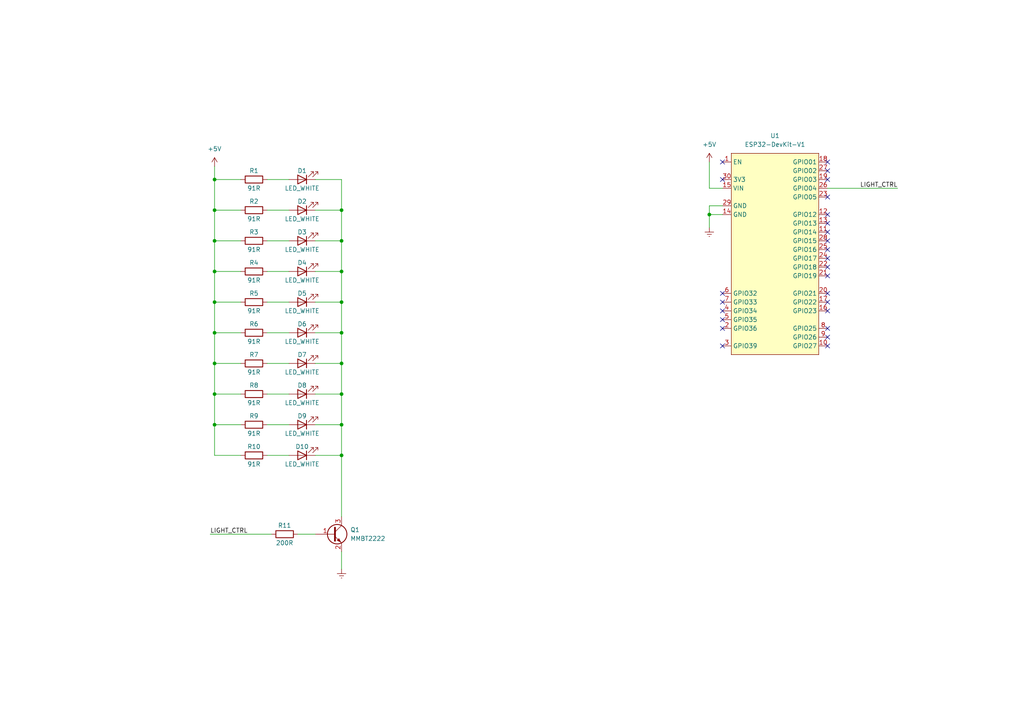
<source format=kicad_sch>
(kicad_sch (version 20230121) (generator eeschema)
  (paper "A4")
  (lib_symbols
    (symbol "Device:LED" (pin_numbers hide) (pin_names (offset 1.016) hide)
      (property "Reference" "D" (at 0 2.54 0))
      (property "Value" "LED" (at 0 -2.54 0))
      (symbol "LED_0_1"
        (polyline (pts (xy -1.27 -1.27) (xy -1.27 1.27)) (stroke (width 0.254)))
        (polyline (pts (xy -1.27 0) (xy 1.27 0)))
        (polyline (pts (xy 1.27 -1.27) (xy 1.27 1.27) (xy -1.27 0) (xy 1.27 -1.27)) (stroke (width 0.254)))
        (polyline (pts (xy -3.048 -0.762) (xy -4.572 -2.286) (xy -3.81 -2.286) (xy -4.572 -2.286) (xy -4.572 -1.524)))
        (polyline (pts (xy -1.778 -0.762) (xy -3.302 -2.286) (xy -2.54 -2.286) (xy -3.302 -2.286) (xy -3.302 -1.524)))
      )
      (symbol "LED_1_1"
        (pin passive line (at -3.81 0 0) (length 2.54) (name "K") (number "1"))
        (pin passive line (at 3.81 0 180) (length 2.54) (name "A") (number "2"))
      )
    )
    (symbol "Device:R" (pin_numbers hide) (pin_names (offset 0))
      (property "Reference" "R" (at 2.032 0 90))
      (property "Value" "R" (at 0 0 90))
      (symbol "R_0_1"
        (rectangle (start -1.016 -2.54) (end 1.016 2.54) (stroke (width 0.254)))
      )
      (symbol "R_1_1"
        (pin passive line (at 0 3.81 270) (length 1.27) (name "~") (number "1"))
        (pin passive line (at 0 -3.81 90) (length 1.27) (name "~") (number "2"))
      )
    )
    (symbol "Transistor_BJT:SOT323" (pin_names (offset 0) hide)
      (property "Reference" "Q1" (at 5.08 1.27 0))
      (property "Value" "MMBT2222" (at 5.08 -1.27 0))
      (symbol "SOT323_0_1"
        (polyline (pts (xy 0.635 0.635) (xy 2.54 2.54)))
        (polyline (pts (xy 0.635 -0.635) (xy 2.54 -2.54) (xy 2.54 -2.54)))
        (polyline (pts (xy 0.635 1.905) (xy 0.635 -1.905) (xy 0.635 -1.905)) (stroke (width 0.508)))
        (polyline (pts (xy 1.27 -1.778) (xy 1.778 -1.27) (xy 2.286 -2.286) (xy 1.27 -1.778) (xy 1.27 -1.778)) (fill (type outline)))
        (circle (center 1.27 0) (radius 2.8194) (stroke (width 0.254)))
      )
      (symbol "SOT323_1_1"
        (pin input line (at -5.08 0 0) (length 5.715) (name "B") (number "1"))
        (pin passive line (at 2.54 -5.08 90) (length 2.54) (name "E") (number "2"))
        (pin passive line (at 2.54 5.08 270) (length 2.54) (name "C") (number "3"))
      )
    )
    (symbol "esp32-devkit-v1-pretty:ESP32-DevKit-V1-pretty"
      (property "Reference" "U" (at -11.43 29.21 0))
      (property "Value" "ESP32-DevKit-V1" (at 0 -31.75 0))
      (symbol "ESP32-DevKit-V1-pretty_1_1"
        (rectangle (start -12.7 27.94) (end 12.7 -30.48) (fill (type background)))
        (pin bidirectional line (at -15.24 25.4 0) (length 2.54) (name "EN") (number "1"))
        (pin bidirectional line (at 15.24 -27.94 180) (length 2.54) (name "GPIO27") (number "10"))
        (pin bidirectional line (at 15.24 5.08 180) (length 2.54) (name "GPIO14") (number "11"))
        (pin bidirectional line (at 15.24 10.16 180) (length 2.54) (name "GPIO12") (number "12"))
        (pin bidirectional line (at 15.24 7.62 180) (length 2.54) (name "GPIO13") (number "13"))
        (pin power_out line (at -15.24 10.16 0) (length 2.54) (name "GND") (number "14"))
        (pin power_out line (at -15.24 17.78 0) (length 2.54) (name "VIN") (number "15"))
        (pin bidirectional line (at 15.24 -17.78 180) (length 2.54) (name "GPIO23") (number "16"))
        (pin bidirectional line (at 15.24 -15.24 180) (length 2.54) (name "GPIO22") (number "17"))
        (pin bidirectional line (at 15.24 25.4 180) (length 2.54) (name "GPIO01") (number "18"))
        (pin bidirectional line (at 15.24 20.32 180) (length 2.54) (name "GPIO03") (number "19"))
        (pin input line (at -15.24 -22.86 0) (length 2.54) (name "GPIO36") (number "2"))
        (pin bidirectional line (at 15.24 -12.7 180) (length 2.54) (name "GPIO21") (number "20"))
        (pin bidirectional line (at 15.24 -7.62 180) (length 2.54) (name "GPIO19") (number "21"))
        (pin bidirectional line (at 15.24 -5.08 180) (length 2.54) (name "GPIO18") (number "22"))
        (pin bidirectional line (at 15.24 15.24 180) (length 2.54) (name "GPIO05") (number "23"))
        (pin bidirectional line (at 15.24 -2.54 180) (length 2.54) (name "GPIO17") (number "24"))
        (pin bidirectional line (at 15.24 0 180) (length 2.54) (name "GPIO16") (number "25"))
        (pin bidirectional line (at 15.24 17.78 180) (length 2.54) (name "GPIO04") (number "26"))
        (pin bidirectional line (at 15.24 22.86 180) (length 2.54) (name "GPIO02") (number "27"))
        (pin bidirectional line (at 15.24 2.54 180) (length 2.54) (name "GPIO15") (number "28"))
        (pin power_out line (at -15.24 12.7 0) (length 2.54) (name "GND") (number "29"))
        (pin input line (at -15.24 -27.94 0) (length 2.54) (name "GPIO39") (number "3"))
        (pin power_out line (at -15.24 20.32 0) (length 2.54) (name "3V3") (number "30"))
        (pin input line (at -15.24 -17.78 0) (length 2.54) (name "GPIO34") (number "4"))
        (pin input line (at -15.24 -20.32 0) (length 2.54) (name "GPIO35") (number "5"))
        (pin bidirectional line (at -15.24 -12.7 0) (length 2.54) (name "GPIO32") (number "6"))
        (pin bidirectional line (at -15.24 -15.24 0) (length 2.54) (name "GPIO33") (number "7"))
        (pin bidirectional line (at 15.24 -22.86 180) (length 2.54) (name "GPIO25") (number "8"))
        (pin bidirectional line (at 15.24 -25.4 180) (length 2.54) (name "GPIO26") (number "9"))
      )
    )
    (symbol "power:+5V" (power) (pin_numbers hide) (pin_names (offset 0) hide)
      (property "Value" "+5V" (at 0 3.556 0))
      (symbol "+5V_0_1"
        (polyline (pts (xy -0.762 1.27) (xy 0 2.54)))
        (polyline (pts (xy 0 0) (xy 0 2.54)))
        (polyline (pts (xy 0 2.54) (xy 0.762 1.27)))
      )
      (symbol "+5V_1_1"
        (pin power_in line (at 0 0 90) (length 0) hide (name "+5V") (number "1"))
      )
    )
    (symbol "power:Earth" (power) (pin_numbers hide) (pin_names (offset 0) hide)
      (symbol "Earth_0_1"
        (polyline (pts (xy -0.635 -1.905) (xy 0.635 -1.905)))
        (polyline (pts (xy -0.127 -2.54) (xy 0.127 -2.54)))
        (polyline (pts (xy 0 -1.27) (xy 0 0)))
        (polyline (pts (xy 1.27 -1.27) (xy -1.27 -1.27)))
      )
      (symbol "Earth_1_1"
        (pin power_in line (at 0 0 270) (length 0) hide (name "Earth") (number "1"))
      )
    )
  )
  (junction (at 99.06 96.52))
  (junction (at 62.23 78.74))
  (junction (at 62.23 52.07))
  (junction (at 62.23 60.96))
  (junction (at 62.23 69.85))
  (junction (at 99.06 60.96))
  (junction (at 205.74 62.23))
  (junction (at 99.06 114.3))
  (junction (at 99.06 105.41))
  (junction (at 62.23 114.3))
  (junction (at 62.23 96.52))
  (junction (at 62.23 105.41))
  (junction (at 99.06 123.19))
  (junction (at 99.06 87.63))
  (junction (at 99.06 69.85))
  (junction (at 99.06 132.08))
  (junction (at 62.23 87.63))
  (junction (at 62.23 123.19))
  (junction (at 99.06 78.74))
  (no_connect (at 209.55 46.99))
  (no_connect (at 240.03 72.39))
  (no_connect (at 240.03 80.01))
  (no_connect (at 209.55 52.07))
  (no_connect (at 240.03 100.33))
  (no_connect (at 209.55 100.33))
  (no_connect (at 240.03 67.31))
  (no_connect (at 209.55 87.63))
  (no_connect (at 240.03 87.63))
  (no_connect (at 209.55 85.09))
  (no_connect (at 209.55 92.71))
  (no_connect (at 240.03 62.23))
  (no_connect (at 240.03 90.17))
  (no_connect (at 209.55 95.25))
  (no_connect (at 209.55 90.17))
  (no_connect (at 240.03 97.79))
  (no_connect (at 240.03 52.07))
  (no_connect (at 240.03 64.77))
  (no_connect (at 240.03 69.85))
  (no_connect (at 240.03 49.53))
  (no_connect (at 240.03 95.25))
  (no_connect (at 240.03 57.15))
  (no_connect (at 240.03 46.99))
  (no_connect (at 240.03 77.47))
  (no_connect (at 240.03 74.93))
  (no_connect (at 240.03 85.09))
  (wire (pts (xy 205.74 62.23) (xy 209.55 62.23)))
  (wire (pts (xy 86.36 154.94) (xy 91.44 154.94)))
  (wire (pts (xy 62.23 60.96) (xy 62.23 69.85)))
  (wire (pts (xy 240.03 54.61) (xy 260.35 54.61)))
  (wire (pts (xy 91.44 114.3) (xy 99.06 114.3)))
  (wire (pts (xy 77.47 78.74) (xy 83.82 78.74)))
  (wire (pts (xy 62.23 60.96) (xy 69.85 60.96)))
  (wire (pts (xy 62.23 132.08) (xy 69.85 132.08)))
  (wire (pts (xy 91.44 96.52) (xy 99.06 96.52)))
  (wire (pts (xy 99.06 78.74) (xy 99.06 69.85)))
  (wire (pts (xy 62.23 96.52) (xy 69.85 96.52)))
  (wire (pts (xy 91.44 78.74) (xy 99.06 78.74)))
  (wire (pts (xy 62.23 87.63) (xy 69.85 87.63)))
  (wire (pts (xy 62.23 87.63) (xy 62.23 96.52)))
  (wire (pts (xy 99.06 132.08) (xy 99.06 149.86)))
  (wire (pts (xy 91.44 132.08) (xy 99.06 132.08)))
  (wire (pts (xy 77.47 114.3) (xy 83.82 114.3)))
  (wire (pts (xy 91.44 87.63) (xy 99.06 87.63)))
  (wire (pts (xy 62.23 69.85) (xy 69.85 69.85)))
  (wire (pts (xy 77.47 132.08) (xy 83.82 132.08)))
  (wire (pts (xy 77.47 60.96) (xy 83.82 60.96)))
  (wire (pts (xy 91.44 105.41) (xy 99.06 105.41)))
  (wire (pts (xy 62.23 105.41) (xy 69.85 105.41)))
  (wire (pts (xy 62.23 69.85) (xy 62.23 78.74)))
  (wire (pts (xy 99.06 160.02) (xy 99.06 165.1)))
  (wire (pts (xy 91.44 52.07) (xy 99.06 52.07)))
  (wire (pts (xy 62.23 78.74) (xy 69.85 78.74)))
  (wire (pts (xy 99.06 60.96) (xy 91.44 60.96)))
  (wire (pts (xy 99.06 96.52) (xy 99.06 87.63)))
  (wire (pts (xy 62.23 114.3) (xy 69.85 114.3)))
  (wire (pts (xy 205.74 54.61) (xy 209.55 54.61)))
  (wire (pts (xy 99.06 132.08) (xy 99.06 123.19)))
  (wire (pts (xy 62.23 52.07) (xy 69.85 52.07)))
  (wire (pts (xy 62.23 96.52) (xy 62.23 105.41)))
  (wire (pts (xy 62.23 78.74) (xy 62.23 87.63)))
  (wire (pts (xy 99.06 52.07) (xy 99.06 60.96)))
  (wire (pts (xy 62.23 123.19) (xy 62.23 132.08)))
  (wire (pts (xy 99.06 69.85) (xy 99.06 60.96)))
  (wire (pts (xy 60.96 154.94) (xy 78.74 154.94)))
  (wire (pts (xy 209.55 59.69) (xy 205.74 59.69)))
  (wire (pts (xy 62.23 123.19) (xy 69.85 123.19)))
  (wire (pts (xy 99.06 87.63) (xy 99.06 78.74)))
  (wire (pts (xy 62.23 52.07) (xy 62.23 60.96)))
  (wire (pts (xy 205.74 62.23) (xy 205.74 66.04)))
  (wire (pts (xy 62.23 105.41) (xy 62.23 114.3)))
  (wire (pts (xy 99.06 105.41) (xy 99.06 96.52)))
  (wire (pts (xy 62.23 114.3) (xy 62.23 123.19)))
  (wire (pts (xy 62.23 48.26) (xy 62.23 52.07)))
  (wire (pts (xy 77.47 52.07) (xy 83.82 52.07)))
  (wire (pts (xy 205.74 59.69) (xy 205.74 62.23)))
  (wire (pts (xy 77.47 87.63) (xy 83.82 87.63)))
  (wire (pts (xy 91.44 123.19) (xy 99.06 123.19)))
  (wire (pts (xy 99.06 123.19) (xy 99.06 114.3)))
  (wire (pts (xy 77.47 105.41) (xy 83.82 105.41)))
  (wire (pts (xy 77.47 96.52) (xy 83.82 96.52)))
  (wire (pts (xy 99.06 114.3) (xy 99.06 105.41)))
  (wire (pts (xy 205.74 46.99) (xy 205.74 54.61)))
  (wire (pts (xy 91.44 69.85) (xy 99.06 69.85)))
  (wire (pts (xy 77.47 69.85) (xy 83.82 69.85)))
  (wire (pts (xy 77.47 123.19) (xy 83.82 123.19)))
  (label "LIGHT_CTRL" (at 60.96 154.94 0))
  (label "LIGHT_CTRL" (at 260.35 54.61 180))
  (symbol (lib_id "Device:R") (at 73.66 132.08 90) (unit 1)
    (property "Reference" "R10" (at 73.66 129.54 90))
    (property "Value" "91R" (at 73.66 134.62 90))
    (property "Footprint" "Resistor_SMD:R_0805_2012Metric" (effects hide))
  )
  (symbol (lib_id "Device:LED") (at 87.63 114.3 180) (unit 1)
    (property "Reference" "D8" (at 87.63 111.76 0))
    (property "Value" "LED_WHITE" (at 87.63 116.84 0))
    (property "Footprint" "matafaka:PLCC2" (effects hide))
  )
  (symbol (lib_id "Device:R") (at 82.55 154.94 90) (unit 1)
    (property "Reference" "R11" (at 82.55 152.4 90))
    (property "Value" "200R" (at 82.55 157.48 90))
    (property "Footprint" "Resistor_SMD:R_0805_2012Metric" (effects hide))
  )
  (symbol (lib_id "Device:LED") (at 87.63 96.52 180) (unit 1)
    (property "Reference" "D6" (at 87.63 93.98 0))
    (property "Value" "LED_WHITE" (at 87.63 99.06 0))
    (property "Footprint" "matafaka:PLCC2" (effects hide))
  )
  (symbol (lib_id "Device:R") (at 73.66 123.19 90) (unit 1)
    (property "Reference" "R9" (at 73.66 120.65 90))
    (property "Value" "91R" (at 73.66 125.73 90))
    (property "Footprint" "Resistor_SMD:R_0805_2012Metric" (effects hide))
  )
  (symbol (lib_id "Device:R") (at 73.66 105.41 90) (unit 1)
    (property "Reference" "R7" (at 73.66 102.87 90))
    (property "Value" "91R" (at 73.66 107.95 90))
    (property "Footprint" "Resistor_SMD:R_0805_2012Metric" (effects hide))
  )
  (symbol (lib_id "Device:LED") (at 87.63 78.74 180) (unit 1)
    (property "Reference" "D4" (at 87.63 76.2 0))
    (property "Value" "LED_WHITE" (at 87.63 81.28 0))
    (property "Footprint" "matafaka:PLCC2" (effects hide))
  )
  (symbol (lib_id "Device:R") (at 73.66 52.07 90) (unit 1)
    (property "Reference" "R1" (at 73.66 49.53 90))
    (property "Value" "91R" (at 73.66 54.61 90))
    (property "Footprint" "Resistor_SMD:R_0805_2012Metric" (effects hide))
  )
  (symbol (lib_id "esp32-devkit-v1-pretty:ESP32-DevKit-V1-pretty") (at 224.79 72.39 0) (unit 1)
    (property "Reference" "U1" (at 224.79 39.37 0))
    (property "Value" "ESP32-DevKit-V1" (at 224.79 41.91 0))
    (property "Footprint" "matafaka:ESP32-DevKit-V1" (effects hide))
  )
  (symbol (lib_id "Device:LED") (at 87.63 123.19 180) (unit 1)
    (property "Reference" "D9" (at 87.63 120.65 0))
    (property "Value" "LED_WHITE" (at 87.63 125.73 0))
    (property "Footprint" "matafaka:PLCC2" (effects hide))
  )
  (symbol (lib_id "Device:R") (at 73.66 96.52 90) (unit 1)
    (property "Reference" "R6" (at 73.66 93.98 90))
    (property "Value" "91R" (at 73.66 99.06 90))
    (property "Footprint" "Resistor_SMD:R_0805_2012Metric" (effects hide))
  )
  (symbol (lib_id "power:+5V") (at 62.23 48.26 0) (unit 1)
    (property "Reference" "#PWR03" (effects hide))
    (property "Value" "+5V" (at 62.23 43.18 0))
  )
  (symbol (lib_id "Device:LED") (at 87.63 69.85 180) (unit 1)
    (property "Reference" "D3" (at 87.63 67.31 0))
    (property "Value" "LED_WHITE" (at 87.63 72.39 0))
    (property "Footprint" "matafaka:PLCC2" (effects hide))
  )
  (symbol (lib_id "power:+5V") (at 205.74 46.99 0) (unit 1)
    (property "Reference" "#PWR02" (effects hide))
    (property "Value" "+5V" (at 205.74 41.91 0))
  )
  (symbol (lib_id "power:Earth") (at 99.06 165.1 0) (unit 1)
    (property "Reference" "#PWR04" (effects hide))
    (property "Value" "Earth" (effects hide))
  )
  (symbol (lib_id "Device:LED") (at 87.63 60.96 180) (unit 1)
    (property "Reference" "D2" (at 87.63 58.42 0))
    (property "Value" "LED_WHITE" (at 87.63 63.5 0))
    (property "Footprint" "matafaka:PLCC2" (effects hide))
  )
  (symbol (lib_id "Device:LED") (at 87.63 105.41 180) (unit 1)
    (property "Reference" "D7" (at 87.63 102.87 0))
    (property "Value" "LED_WHITE" (at 87.63 107.95 0))
    (property "Footprint" "matafaka:PLCC2" (effects hide))
  )
  (symbol (lib_id "Device:R") (at 73.66 69.85 90) (unit 1)
    (property "Reference" "R3" (at 73.66 67.31 90))
    (property "Value" "91R" (at 73.66 72.39 90))
    (property "Footprint" "Resistor_SMD:R_0805_2012Metric" (effects hide))
  )
  (symbol (lib_id "Device:R") (at 73.66 60.96 90) (unit 1)
    (property "Reference" "R2" (at 73.66 58.42 90))
    (property "Value" "91R" (at 73.66 63.5 90))
    (property "Footprint" "Resistor_SMD:R_0805_2012Metric" (effects hide))
  )
  (symbol (lib_id "Device:R") (at 73.66 87.63 90) (unit 1)
    (property "Reference" "R5" (at 73.66 85.09 90))
    (property "Value" "91R" (at 73.66 90.17 90))
    (property "Footprint" "Resistor_SMD:R_0805_2012Metric" (effects hide))
  )
  (symbol (lib_id "Transistor_BJT:SOT323") (at 96.52 154.94 0) (unit 1)
    (property "Reference" "Q1" (at 101.6 153.67 0) (effects (justify left)))
    (property "Value" "MMBT2222" (at 101.6 156.21 0) (effects (justify left)))
    (property "Footprint" "Package_TO_SOT_SMD:SOT-323_SC-70" (effects hide))
    (property "Datasheet" "https://www.onsemi.com/pub/Collateral/BC818-D.pdf" (effects hide))
  )
  (symbol (lib_id "Device:LED") (at 87.63 52.07 180) (unit 1)
    (property "Reference" "D1" (at 87.63 49.53 0))
    (property "Value" "LED_WHITE" (at 87.63 54.61 0))
    (property "Footprint" "matafaka:PLCC2" (effects hide))
  )
  (symbol (lib_id "power:Earth") (at 205.74 66.04 0) (unit 1)
    (property "Reference" "#PWR01" (effects hide))
    (property "Value" "Earth" (effects hide))
  )
  (symbol (lib_id "Device:LED") (at 87.63 132.08 180) (unit 1)
    (property "Reference" "D10" (at 87.63 129.54 0))
    (property "Value" "LED_WHITE" (at 87.63 134.62 0))
    (property "Footprint" "matafaka:PLCC2" (effects hide))
  )
  (symbol (lib_id "Device:LED") (at 87.63 87.63 180) (unit 1)
    (property "Reference" "D5" (at 87.63 85.09 0))
    (property "Value" "LED_WHITE" (at 87.63 90.17 0))
    (property "Footprint" "matafaka:PLCC2" (effects hide))
  )
  (symbol (lib_id "Device:R") (at 73.66 114.3 90) (unit 1)
    (property "Reference" "R8" (at 73.66 111.76 90))
    (property "Value" "91R" (at 73.66 116.84 90))
    (property "Footprint" "Resistor_SMD:R_0805_2012Metric" (effects hide))
  )
  (symbol (lib_id "Device:R") (at 73.66 78.74 90) (unit 1)
    (property "Reference" "R4" (at 73.66 76.2 90))
    (property "Value" "91R" (at 73.66 81.28 90))
    (property "Footprint" "Resistor_SMD:R_0805_2012Metric" (effects hide))
  )
)
</source>
